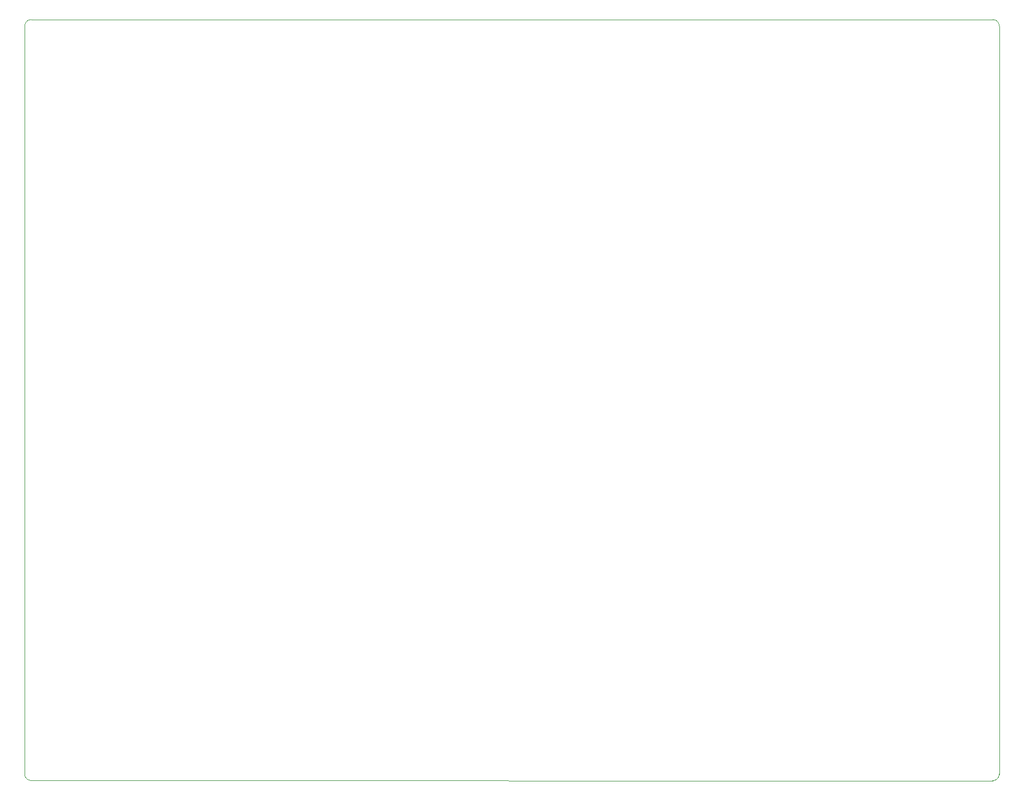
<source format=gm1>
%TF.GenerationSoftware,KiCad,Pcbnew,6.0.1-79c1e3a40b~116~ubuntu20.04.1*%
%TF.CreationDate,2022-02-02T21:52:56+02:00*%
%TF.ProjectId,OBQAS,4f425141-532e-46b6-9963-61645f706362,rev?*%
%TF.SameCoordinates,Original*%
%TF.FileFunction,Profile,NP*%
%FSLAX46Y46*%
G04 Gerber Fmt 4.6, Leading zero omitted, Abs format (unit mm)*
G04 Created by KiCad (PCBNEW 6.0.1-79c1e3a40b~116~ubuntu20.04.1) date 2022-02-02 21:52:56*
%MOMM*%
%LPD*%
G01*
G04 APERTURE LIST*
%TA.AperFunction,Profile*%
%ADD10C,0.100000*%
%TD*%
G04 APERTURE END LIST*
D10*
X69437106Y-43295000D02*
X69437106Y-159297893D01*
X219440000Y-42295000D02*
X70437106Y-42295000D01*
X220440000Y-159305000D02*
X220440000Y-43295000D01*
X70437106Y-160297893D02*
X219440000Y-160305000D01*
X70437106Y-42295000D02*
G75*
G03*
X69437106Y-43295000I1J-1000001D01*
G01*
X220440000Y-43295000D02*
G75*
G03*
X219440000Y-42295000I-1000001J-1D01*
G01*
X219440000Y-160305000D02*
G75*
G03*
X220440000Y-159305000I-1J1000001D01*
G01*
X69437109Y-159297893D02*
G75*
G03*
X70437106Y-160297893I999997J-3D01*
G01*
M02*

</source>
